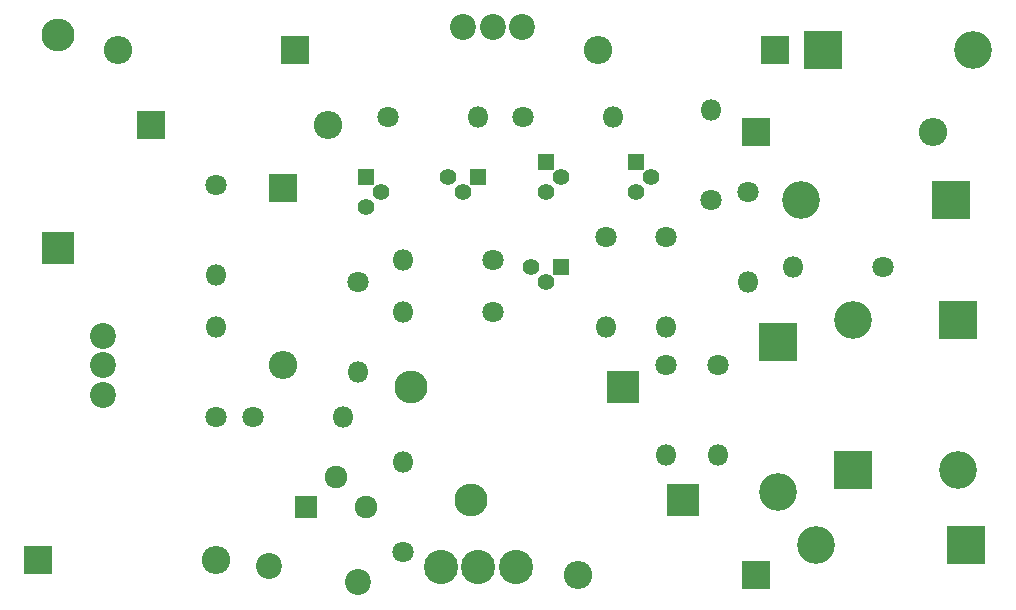
<source format=gbr>
G04 #@! TF.FileFunction,Soldermask,Top*
%FSLAX46Y46*%
G04 Gerber Fmt 4.6, Leading zero omitted, Abs format (unit mm)*
G04 Created by KiCad (PCBNEW 4.0.5) date 06/13/17 03:11:54*
%MOMM*%
%LPD*%
G01*
G04 APERTURE LIST*
%ADD10C,0.100000*%
%ADD11R,2.400000X2.400000*%
%ADD12O,2.400000X2.400000*%
%ADD13C,1.800000*%
%ADD14O,1.800000X1.800000*%
%ADD15R,2.800000X2.800000*%
%ADD16O,2.800000X2.800000*%
%ADD17R,3.200000X3.200000*%
%ADD18O,3.200000X3.200000*%
%ADD19C,1.400000*%
%ADD20R,1.400000X1.400000*%
%ADD21C,2.200000*%
%ADD22C,2.899360*%
%ADD23C,1.920000*%
%ADD24R,1.920000X1.920000*%
G04 APERTURE END LIST*
D10*
D11*
X74535000Y-54610000D03*
D12*
X89535000Y-54610000D03*
D13*
X125095000Y-60325000D03*
D14*
X125095000Y-67945000D03*
D11*
X125730000Y-92710000D03*
D12*
X110730000Y-92710000D03*
D15*
X66675000Y-64990000D03*
D16*
X66675000Y-46990000D03*
D15*
X119600000Y-86360000D03*
D16*
X101600000Y-86360000D03*
D15*
X114520000Y-76835000D03*
D16*
X96520000Y-76835000D03*
D11*
X65010000Y-91440000D03*
D12*
X80010000Y-91440000D03*
D11*
X85725000Y-59930000D03*
D12*
X85725000Y-74930000D03*
D11*
X86755000Y-48260000D03*
D12*
X71755000Y-48260000D03*
D11*
X127395000Y-48260000D03*
D12*
X112395000Y-48260000D03*
D11*
X125730000Y-55245000D03*
D12*
X140730000Y-55245000D03*
D17*
X133985000Y-83820000D03*
D18*
X133985000Y-71120000D03*
D17*
X142875000Y-71120000D03*
D18*
X142875000Y-83820000D03*
D17*
X131445000Y-48260000D03*
D18*
X144145000Y-48260000D03*
D17*
X143510000Y-90170000D03*
D18*
X130810000Y-90170000D03*
D17*
X142240000Y-60960000D03*
D18*
X129540000Y-60960000D03*
D17*
X127635000Y-73025000D03*
D18*
X127635000Y-85725000D03*
D19*
X116840000Y-59055000D03*
X115570000Y-60325000D03*
D20*
X115570000Y-57785000D03*
D19*
X107950000Y-67945000D03*
X106680000Y-66675000D03*
D20*
X109220000Y-66675000D03*
D19*
X109220000Y-59055000D03*
X107950000Y-60325000D03*
D20*
X107950000Y-57785000D03*
D13*
X122555000Y-74930000D03*
D14*
X122555000Y-82550000D03*
D13*
X118110000Y-64135000D03*
D14*
X118110000Y-71755000D03*
D13*
X80010000Y-79375000D03*
D14*
X80010000Y-71755000D03*
D13*
X80010000Y-59690000D03*
D14*
X80010000Y-67310000D03*
D13*
X83185000Y-79375000D03*
D14*
X90805000Y-79375000D03*
D13*
X92075000Y-67945000D03*
D14*
X92075000Y-75565000D03*
D13*
X113030000Y-64135000D03*
D14*
X113030000Y-71755000D03*
D13*
X136525000Y-66675000D03*
D14*
X128905000Y-66675000D03*
D13*
X103505000Y-66040000D03*
D14*
X95885000Y-66040000D03*
D13*
X94615000Y-53975000D03*
D14*
X102235000Y-53975000D03*
D13*
X121920000Y-60960000D03*
D14*
X121920000Y-53340000D03*
D13*
X103505000Y-70485000D03*
D14*
X95885000Y-70485000D03*
D13*
X106045000Y-53975000D03*
D14*
X113665000Y-53975000D03*
D13*
X118110000Y-74930000D03*
D14*
X118110000Y-82550000D03*
D13*
X95885000Y-90805000D03*
D14*
X95885000Y-83185000D03*
D21*
X84575000Y-91945000D03*
X92075000Y-93345000D03*
D19*
X93980000Y-60325000D03*
X92710000Y-61595000D03*
D20*
X92710000Y-59055000D03*
D19*
X100965000Y-60325000D03*
X99695000Y-59055000D03*
D20*
X102235000Y-59055000D03*
D22*
X105410000Y-92075000D03*
X102235000Y-92075000D03*
X99060000Y-92075000D03*
D23*
X90170000Y-84455000D03*
X92710000Y-86995000D03*
D24*
X87630000Y-86995000D03*
D21*
X70485000Y-77470000D03*
X70485000Y-74970000D03*
X70485000Y-72470000D03*
X100965000Y-46355000D03*
X103465000Y-46355000D03*
X105965000Y-46355000D03*
M02*

</source>
